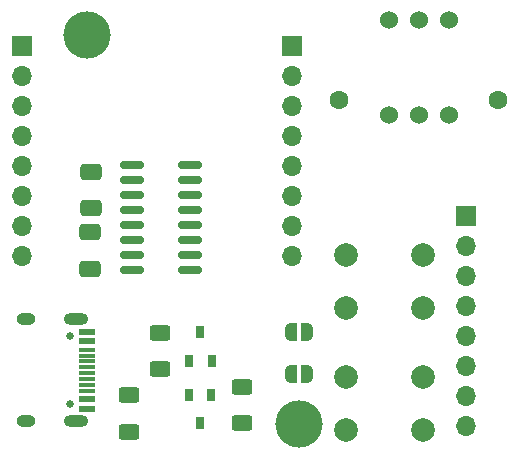
<source format=gbr>
%TF.GenerationSoftware,KiCad,Pcbnew,(6.0.2)*%
%TF.CreationDate,2023-02-15T15:55:09+01:00*%
%TF.ProjectId,usb,7573622e-6b69-4636-9164-5f7063625858,rev?*%
%TF.SameCoordinates,Original*%
%TF.FileFunction,Soldermask,Top*%
%TF.FilePolarity,Negative*%
%FSLAX46Y46*%
G04 Gerber Fmt 4.6, Leading zero omitted, Abs format (unit mm)*
G04 Created by KiCad (PCBNEW (6.0.2)) date 2023-02-15 15:55:09*
%MOMM*%
%LPD*%
G01*
G04 APERTURE LIST*
G04 Aperture macros list*
%AMRoundRect*
0 Rectangle with rounded corners*
0 $1 Rounding radius*
0 $2 $3 $4 $5 $6 $7 $8 $9 X,Y pos of 4 corners*
0 Add a 4 corners polygon primitive as box body*
4,1,4,$2,$3,$4,$5,$6,$7,$8,$9,$2,$3,0*
0 Add four circle primitives for the rounded corners*
1,1,$1+$1,$2,$3*
1,1,$1+$1,$4,$5*
1,1,$1+$1,$6,$7*
1,1,$1+$1,$8,$9*
0 Add four rect primitives between the rounded corners*
20,1,$1+$1,$2,$3,$4,$5,0*
20,1,$1+$1,$4,$5,$6,$7,0*
20,1,$1+$1,$6,$7,$8,$9,0*
20,1,$1+$1,$8,$9,$2,$3,0*%
%AMFreePoly0*
4,1,22,0.500000,-0.750000,0.000000,-0.750000,0.000000,-0.745033,-0.079941,-0.743568,-0.215256,-0.701293,-0.333266,-0.622738,-0.424486,-0.514219,-0.481581,-0.384460,-0.499164,-0.250000,-0.500000,-0.250000,-0.500000,0.250000,-0.499164,0.250000,-0.499963,0.256109,-0.478152,0.396186,-0.417904,0.524511,-0.324060,0.630769,-0.204165,0.706417,-0.067858,0.745374,0.000000,0.744959,0.000000,0.750000,
0.500000,0.750000,0.500000,-0.750000,0.500000,-0.750000,$1*%
%AMFreePoly1*
4,1,20,0.000000,0.744959,0.073905,0.744508,0.209726,0.703889,0.328688,0.626782,0.421226,0.519385,0.479903,0.390333,0.500000,0.250000,0.500000,-0.250000,0.499851,-0.262216,0.476331,-0.402017,0.414519,-0.529596,0.319384,-0.634700,0.198574,-0.708877,0.061801,-0.746166,0.000000,-0.745033,0.000000,-0.750000,-0.500000,-0.750000,-0.500000,0.750000,0.000000,0.750000,0.000000,0.744959,
0.000000,0.744959,$1*%
G04 Aperture macros list end*
%ADD10C,1.524000*%
%ADD11C,1.600000*%
%ADD12FreePoly0,0.000000*%
%ADD13FreePoly1,0.000000*%
%ADD14C,4.000000*%
%ADD15R,1.700000X1.700000*%
%ADD16O,1.700000X1.700000*%
%ADD17RoundRect,0.250000X-0.650000X0.412500X-0.650000X-0.412500X0.650000X-0.412500X0.650000X0.412500X0*%
%ADD18RoundRect,0.250000X0.625000X-0.400000X0.625000X0.400000X-0.625000X0.400000X-0.625000X-0.400000X0*%
%ADD19C,0.650000*%
%ADD20R,1.450000X0.600000*%
%ADD21R,1.450000X0.300000*%
%ADD22O,2.100000X1.000000*%
%ADD23O,1.600000X1.000000*%
%ADD24RoundRect,0.150000X0.825000X0.150000X-0.825000X0.150000X-0.825000X-0.150000X0.825000X-0.150000X0*%
%ADD25R,0.700000X1.000000*%
%ADD26RoundRect,0.250000X-0.625000X0.400000X-0.625000X-0.400000X0.625000X-0.400000X0.625000X0.400000X0*%
%ADD27C,2.000000*%
G04 APERTURE END LIST*
D10*
%TO.C,J4*%
X84580000Y-107780000D03*
X87120000Y-115800000D03*
X87120000Y-107780000D03*
X84580000Y-115800000D03*
X89680000Y-115800000D03*
X89660000Y-107780000D03*
D11*
X80370000Y-114530000D03*
X93870000Y-114530000D03*
%TD*%
D12*
%TO.C,JP2*%
X76350000Y-134150000D03*
D13*
X77650000Y-134150000D03*
%TD*%
D14*
%TO.C,REF\u002A\u002A*%
X59000000Y-109000000D03*
%TD*%
%TO.C,REF\u002A\u002A*%
X77000000Y-142000000D03*
%TD*%
D12*
%TO.C,JP1*%
X76350000Y-137730000D03*
D13*
X77650000Y-137730000D03*
%TD*%
D15*
%TO.C,J5*%
X91130000Y-124380000D03*
D16*
X91130000Y-126920000D03*
X91130000Y-129460000D03*
X91130000Y-132000000D03*
X91130000Y-134540000D03*
X91130000Y-137080000D03*
X91130000Y-139620000D03*
X91130000Y-142160000D03*
%TD*%
D17*
%TO.C,C3*%
X59330000Y-128872500D03*
X59330000Y-125747500D03*
%TD*%
D18*
%TO.C,R4*%
X62560000Y-139530000D03*
X62560000Y-142630000D03*
%TD*%
D19*
%TO.C,J3*%
X57555000Y-134530000D03*
X57555000Y-140310000D03*
D20*
X59000000Y-134170000D03*
X59000000Y-134970000D03*
D21*
X59000000Y-136170000D03*
X59000000Y-137170000D03*
X59000000Y-137670000D03*
X59000000Y-138670000D03*
D20*
X59000000Y-139870000D03*
X59000000Y-140670000D03*
X59000000Y-140670000D03*
X59000000Y-139870000D03*
D21*
X59000000Y-139170000D03*
X59000000Y-138170000D03*
X59000000Y-136670000D03*
X59000000Y-135670000D03*
D20*
X59000000Y-134970000D03*
X59000000Y-134170000D03*
D22*
X58085000Y-141740000D03*
X58085000Y-133100000D03*
D23*
X53905000Y-133100000D03*
X53905000Y-141740000D03*
%TD*%
D24*
%TO.C,U1*%
X62845000Y-128895000D03*
X62845000Y-127625000D03*
X62845000Y-126355000D03*
X62845000Y-125085000D03*
X62845000Y-123815000D03*
X62845000Y-122545000D03*
X62845000Y-121275000D03*
X62845000Y-120005000D03*
X67795000Y-120005000D03*
X67795000Y-121275000D03*
X67795000Y-122545000D03*
X67795000Y-123815000D03*
X67795000Y-125085000D03*
X67795000Y-126355000D03*
X67795000Y-127625000D03*
X67795000Y-128895000D03*
%TD*%
D25*
%TO.C,Q2*%
X67690000Y-136610000D03*
X69590000Y-136610000D03*
X68640000Y-134210000D03*
%TD*%
D26*
%TO.C,R2*%
X72120000Y-138810000D03*
X72120000Y-141910000D03*
%TD*%
D25*
%TO.C,Q1*%
X69540000Y-139510000D03*
X67640000Y-139510000D03*
X68590000Y-141910000D03*
%TD*%
D18*
%TO.C,R1*%
X65240000Y-137330000D03*
X65240000Y-134230000D03*
%TD*%
D17*
%TO.C,C4*%
X59370000Y-123712500D03*
X59370000Y-120587500D03*
%TD*%
D15*
%TO.C,J1*%
X53570000Y-110000000D03*
D16*
X53570000Y-112540000D03*
X53570000Y-115080000D03*
X53570000Y-117620000D03*
X53570000Y-120160000D03*
X53570000Y-122700000D03*
X53570000Y-125240000D03*
X53570000Y-127780000D03*
%TD*%
D27*
%TO.C,SW1*%
X81000000Y-132120000D03*
X87500000Y-132120000D03*
X87500000Y-127620000D03*
X81000000Y-127620000D03*
%TD*%
D15*
%TO.C,J2*%
X76430000Y-110000000D03*
D16*
X76430000Y-112540000D03*
X76430000Y-115080000D03*
X76430000Y-117620000D03*
X76430000Y-120160000D03*
X76430000Y-122700000D03*
X76430000Y-125240000D03*
X76430000Y-127780000D03*
%TD*%
D27*
%TO.C,SW2*%
X81000000Y-137970000D03*
X87500000Y-137970000D03*
X81000000Y-142470000D03*
X87500000Y-142470000D03*
%TD*%
M02*

</source>
